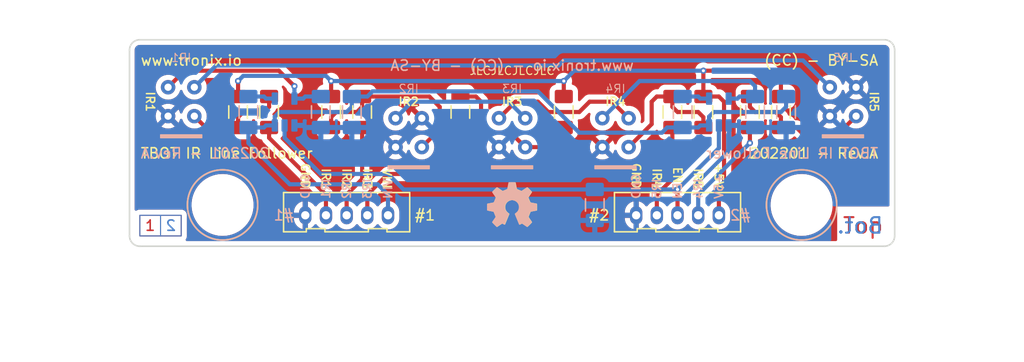
<source format=kicad_pcb>
(kicad_pcb (version 20211014) (generator pcbnew)
  (title_block (title "TBOT - IR Line Follower") (date "01/2022") (rev "A"))
  (layers (0 "F.Cu" signal) (31 "B.Cu" signal) (34 "B.Paste" user) (35 "F.Paste" user) (36 "B.SilkS" user "B.Silkscreen") (37 "F.SilkS" user "F.Silkscreen") (38 "B.Mask" user) (39 "F.Mask" user) (44 "Edge.Cuts" user))
  (net 0 "")
  (net 1 "GND")
  (net 2 "Net-(C1-Pad2)")
  (net 3 "+5V")
  (net 4 "Net-(C2-Pad2)")
  (net 5 "VIN")
  (net 6 "Net-(C5-Pad2)")
  (net 7 "Net-(C3-Pad2)")
  (net 8 "Net-(C4-Pad2)")
  (net 9 "Net-(IC1-Pad2)")
  (net 10 "Net-(IC3-Pad2)")
  (net 11 "IR ENABLE")
  (net 12 "Net-(IC4-Pad2)")
  (net 13 "Net-(IC6-Pad4)")
  (net 14 "IR 4")
  (net 15 "IR 3")
  (net 16 "IR 2")
  (net 17 "IR 1")
  (net 18 "Net-(IC7-Pad4)")
  (net 19 "IR 5")
  (net 20 "LED 15")
  (net 21 "LED 234")
  (footprint "tronixio:CAPACITOR-1206" (layer "F.Cu") (at 119.5 87 -90)
    (fp_text reference "C5")
    (fp_text value "2n2")
    (pad "1" smd roundrect (at -1.5 0 270) (size 1.3 1.75) (layers "F.Cu" "F.Paste" "F.Mask") (roundrect_rratio 0.15) (net 3 "+5V"))
    (pad "2" smd roundrect (at 1.5 0 270) (size 1.3 1.75) (layers "F.Cu" "F.Paste" "F.Mask") (roundrect_rratio 0.15) (net 6 "Net-(C5-Pad2)"))
  )
  (footprint "tronixio:CAPACITOR-1206" (layer "F.Cu") (at 163 87 -90)
    (fp_text reference "C2")
    (fp_text value "2n2")
    (pad "1" smd roundrect (at -1.5 0 270) (size 1.3 1.75) (layers "F.Cu" "F.Paste" "F.Mask") (roundrect_rratio 0.15) (net 3 "+5V"))
    (pad "2" smd roundrect (at 1.5 0 270) (size 1.3 1.75) (layers "F.Cu" "F.Paste" "F.Mask") (roundrect_rratio 0.15) (net 4 "Net-(C2-Pad2)"))
  )
  (footprint "tronixio:CAPACITOR-1206" (layer "F.Cu") (at 110.5 87 -90)
    (fp_text reference "C1")
    (fp_text value "2n2")
    (pad "1" smd roundrect (at -1.5 0 270) (size 1.3 1.75) (layers "F.Cu" "F.Paste" "F.Mask") (roundrect_rratio 0.15) (net 3 "+5V"))
    (pad "2" smd roundrect (at 1.5 0 270) (size 1.3 1.75) (layers "F.Cu" "F.Paste" "F.Mask") (roundrect_rratio 0.15) (net 2 "Net-(C1-Pad2)"))
  )
  (footprint "tronixio:OSHW-5MM" (layer "F.Cu") (at 137 96)
    (fp_text reference "GT" hide)
    (fp_text value "LOGO" hide)
  )
  (footprint "tronixio:MOLEX-532530570" (layer "F.Cu") (at 149 97)
    (fp_text reference "K2")
    (fp_text value "FRONT #2")
    (pad "1" thru_hole oval (at 8 0) (size 1.2 1.75) (drill 0.8) (layers *.Cu *.Mask) (net 3 "+5V"))
    (pad "2" thru_hole oval (at 6 0) (size 1.2 1.75) (drill 0.8) (layers *.Cu *.Mask) (net 19 "IR 5"))
    (pad "3" thru_hole oval (at 4 0) (size 1.2 1.75) (drill 0.8) (layers *.Cu *.Mask) (net 11 "IR ENABLE"))
    (pad "4" thru_hole oval (at 2 0) (size 1.2 1.75) (drill 0.8) (layers *.Cu *.Mask) (net 14 "IR 4"))
    (pad "5" thru_hole oval (at 0 0) (size 1.2 1.75) (drill 0.8) (layers *.Cu *.Mask) (net 1 "GND"))
  )
  (footprint "tronixio:RESISTOR-1206" (layer "F.Cu") (at 152.5 87 -90)
    (fp_text reference "R4")
    (fp_text value "220Ω")
    (pad "1" smd roundrect (at -1.5 0 270) (size 1.3 1.75) (layers "F.Cu" "F.Paste" "F.Mask") (roundrect_rratio 0.15) (net 7 "Net-(C3-Pad2)"))
    (pad "2" smd roundrect (at 1.5 0 270) (size 1.3 1.75) (layers "F.Cu" "F.Paste" "F.Mask") (roundrect_rratio 0.15) (net 14 "IR 4"))
  )
  (footprint "tronixio:CAPACITOR-1206" (layer "F.Cu") (at 142 87 -90)
    (fp_text reference "C4")
    (fp_text value "2n2")
    (pad "1" smd roundrect (at -1.5 0 270) (size 1.3 1.75) (layers "F.Cu" "F.Paste" "F.Mask") (roundrect_rratio 0.15) (net 3 "+5V"))
    (pad "2" smd roundrect (at 1.5 0 270) (size 1.3 1.75) (layers "F.Cu" "F.Paste" "F.Mask") (roundrect_rratio 0.15) (net 8 "Net-(C4-Pad2)"))
  )
  (footprint "tronixio:RESISTOR-1206" (layer "F.Cu") (at 132 87 -90)
    (fp_text reference "R5")
    (fp_text value "220Ω")
    (pad "1" smd roundrect (at -1.5 0 270) (size 1.3 1.75) (layers "F.Cu" "F.Paste" "F.Mask") (roundrect_rratio 0.15) (net 8 "Net-(C4-Pad2)"))
    (pad "2" smd roundrect (at 1.5 0 270) (size 1.3 1.75) (layers "F.Cu" "F.Paste" "F.Mask") (roundrect_rratio 0.15) (net 15 "IR 3"))
  )
  (footprint "tronixio:RESISTOR-1206" (layer "F.Cu") (at 113.5 87 -90)
    (fp_text reference "R2")
    (fp_text value "220Ω")
    (pad "1" smd roundrect (at -1.5 0 270) (size 1.3 1.75) (layers "F.Cu" "F.Paste" "F.Mask") (roundrect_rratio 0.15) (net 2 "Net-(C1-Pad2)"))
    (pad "2" smd roundrect (at 1.5 0 270) (size 1.3 1.75) (layers "F.Cu" "F.Paste" "F.Mask") (roundrect_rratio 0.15) (net 17 "IR 1"))
  )
  (footprint "tronixio:CAPACITOR-1206" (layer "F.Cu") (at 155.5 87 -90)
    (fp_text reference "C3")
    (fp_text value "2n2")
    (pad "1" smd roundrect (at -1.5 0 270) (size 1.3 1.75) (layers "F.Cu" "F.Paste" "F.Mask") (roundrect_rratio 0.15) (net 3 "+5V"))
    (pad "2" smd roundrect (at 1.5 0 270) (size 1.3 1.75) (layers "F.Cu" "F.Paste" "F.Mask") (roundrect_rratio 0.15) (net 7 "Net-(C3-Pad2)"))
  )
  (footprint "tronixio:RESISTOR-1206" (layer "F.Cu") (at 122.5 87 -90)
    (fp_text reference "R6")
    (fp_text value "220Ω")
    (pad "1" smd roundrect (at -1.5 0 270) (size 1.3 1.75) (layers "F.Cu" "F.Paste" "F.Mask") (roundrect_rratio 0.15) (net 6 "Net-(C5-Pad2)"))
    (pad "2" smd roundrect (at 1.5 0 270) (size 1.3 1.75) (layers "F.Cu" "F.Paste" "F.Mask") (roundrect_rratio 0.15) (net 16 "IR 2"))
  )
  (footprint "tronixio:MOLEX-532530570" (layer "F.Cu") (at 117 97)
    (fp_text reference "K1")
    (fp_text value "FRONT #1")
    (pad "1" thru_hole oval (at 8 0) (size 1.2 1.75) (drill 0.8) (layers *.Cu *.Mask) (net 5 "VIN"))
    (pad "2" thru_hole oval (at 6 0) (size 1.2 1.75) (drill 0.8) (layers *.Cu *.Mask) (net 15 "IR 3"))
    (pad "3" thru_hole oval (at 4 0) (size 1.2 1.75) (drill 0.8) (layers *.Cu *.Mask) (net 16 "IR 2"))
    (pad "4" thru_hole oval (at 2 0) (size 1.2 1.75) (drill 0.8) (layers *.Cu *.Mask) (net 17 "IR 1"))
    (pad "5" thru_hole oval (at 0 0) (size 1.2 1.75) (drill 0.8) (layers *.Cu *.Mask) (net 1 "GND"))
  )
  (footprint "tronixio:RESISTOR-1206" (layer "F.Cu") (at 160 87 -90)
    (fp_text reference "R3")
    (fp_text value "220Ω")
    (pad "1" smd roundrect (at -1.5 0 270) (size 1.3 1.75) (layers "F.Cu" "F.Paste" "F.Mask") (roundrect_rratio 0.15) (net 4 "Net-(C2-Pad2)"))
    (pad "2" smd roundrect (at 1.5 0 270) (size 1.3 1.75) (layers "F.Cu" "F.Paste" "F.Mask") (roundrect_rratio 0.15) (net 19 "IR 5"))
  )
  (footprint "tronixio:CAPACITOR-1206" (layer "B.Cu") (at 160.5 87 -90)
    (fp_text reference "C9")
    (fp_text value "10n")
    (pad "1" smd roundrect (at -1.5 0 270) (size 1.3 1.75) (layers "B.Cu" "B.Paste" "B.Mask") (roundrect_rratio 0.15) (net 21 "LED 234"))
    (pad "2" smd roundrect (at 1.5 0 270) (size 1.3 1.75) (layers "B.Cu" "B.Paste" "B.Mask") (roundrect_rratio 0.15) (net 1 "GND"))
  )
  (footprint "tronixio:M3-MASK" (layer "B.Cu") (at 165 96 180)
    (fp_text reference "H2" hide)
    (fp_text value "MOUNTING-HOLE-MASK-3MM" hide)
    (pad "" np_thru_hole circle (at 0 0 180) (size 3 3) (drill 3) (layers F&B.Cu *.Mask) (clearance 1.5))
  )
  (footprint "tronixio:SOT-23-5" (layer "B.Cu") (at 115 87 90)
    (fp_text reference "IC6")
    (fp_text value "TPS92612")
    (pad "1" smd roundrect locked (at -1.3 0.95 90) (size 1.2 0.6) (layers "B.Cu" "B.Paste" "B.Mask") (roundrect_rratio 0.15) (net 1 "GND"))
    (pad "2" smd roundrect locked (at -1.3 0 90) (size 1.2 0.6) (layers "B.Cu" "B.Paste" "B.Mask") (roundrect_rratio 0.15) (net 11 "IR ENABLE"))
    (pad "3" smd roundrect locked (at -1.3 -0.95 90) (size 1.2 0.6) (layers "B.Cu" "B.Paste" "B.Mask") (roundrect_rratio 0.15) (net 5 "VIN"))
    (pad "4" smd roundrect locked (at 1.3 -0.95 90) (size 1.2 0.6) (layers "B.Cu" "B.Paste" "B.Mask") (roundrect_rratio 0.15) (net 13 "Net-(IC6-Pad4)"))
    (pad "5" smd roundrect locked (at 1.3 0.95 90) (size 1.2 0.6) (layers "B.Cu" "B.Paste" "B.Mask") (roundrect_rratio 0.15) (net 20 "LED 15"))
  )
  (footprint "tronixio:SOT-23-5" (layer "B.Cu") (at 157 87 90)
    (fp_text reference "IC7")
    (fp_text value "TPS92612")
    (pad "1" smd roundrect locked (at -1.3 0.95 90) (size 1.2 0.6) (layers "B.Cu" "B.Paste" "B.Mask") (roundrect_rratio 0.15) (net 1 "GND"))
    (pad "2" smd roundrect locked (at -1.3 0 90) (size 1.2 0.6) (layers "B.Cu" "B.Paste" "B.Mask") (roundrect_rratio 0.15) (net 11 "IR ENABLE"))
    (pad "3" smd roundrect locked (at -1.3 -0.95 90) (size 1.2 0.6) (layers "B.Cu" "B.Paste" "B.Mask") (roundrect_rratio 0.15) (net 5 "VIN"))
    (pad "4" smd roundrect locked (at 1.3 -0.95 90) (size 1.2 0.6) (layers "B.Cu" "B.Paste" "B.Mask") (roundrect_rratio 0.15) (net 18 "Net-(IC7-Pad4)"))
    (pad "5" smd roundrect locked (at 1.3 0.95 90) (size 1.2 0.6) (layers "B.Cu" "B.Paste" "B.Mask") (roundrect_rratio 0.15) (net 21 "LED 234"))
  )
  (footprint "tronixio:VISHAY-CNY70" (layer "B.Cu") (at 169 86 -90)
    (fp_text reference "IC2")
    (fp_text value "VISHAY-CNY70")
    (pad "1" thru_hole circle (at -1.4 1.27 270) (size 1.4 1.4) (drill 0.7) (layers *.Cu *.Mask) (net 9 "Net-(IC1-Pad2)"))
    (pad "2" thru_hole circle (at -1.4 -1.27 270) (size 1.4 1.4) (drill 0.7) (layers *.Cu *.Mask) (net 1 "GND"))
    (pad "3" thru_hole circle (at 1.4 -1.27 270) (size 1.4 1.4) (drill 0.7) (layers *.Cu *.Mask) (net 4 "Net-(C2-Pad2)"))
    (pad "4" thru_hole circle (at 1.4 1.27 270) (size 1.4 1.4) (drill 0.7) (layers *.Cu *.Mask) (net 1 "GND"))
  )
  (footprint "tronixio:RESISTOR-1206" (layer "B.Cu") (at 111.5 87 -90)
    (fp_text reference "R7")
    (fp_text value "4Ω7")
    (pad "1" smd roundrect (at -1.5 0 270) (size 1.3 1.75) (layers "B.Cu" "B.Paste" "B.Mask") (roundrect_rratio 0.15) (net 13 "Net-(IC6-Pad4)"))
    (pad "2" smd roundrect (at 1.5 0 270) (size 1.3 1.75) (layers "B.Cu" "B.Paste" "B.Mask") (roundrect_rratio 0.15) (net 5 "VIN"))
  )
  (footprint "tronixio:VISHAY-CNY70" (layer "B.Cu") (at 147 89 -90)
    (fp_text reference "IC3")
    (fp_text value "VISHAY-CNY70")
    (pad "1" thru_hole circle (at -1.4 1.27 270) (size 1.4 1.4) (drill 0.7) (layers *.Cu *.Mask) (net 21 "LED 234"))
    (pad "2" thru_hole circle (at -1.4 -1.27 270) (size 1.4 1.4) (drill 0.7) (layers *.Cu *.Mask) (net 10 "Net-(IC3-Pad2)"))
    (pad "3" thru_hole circle (at 1.4 -1.27 270) (size 1.4 1.4) (drill 0.7) (layers *.Cu *.Mask) (net 7 "Net-(C3-Pad2)"))
    (pad "4" thru_hole circle (at 1.4 1.27 270) (size 1.4 1.4) (drill 0.7) (layers *.Cu *.Mask) (net 1 "GND"))
  )
  (footprint "tronixio:RESISTOR-1206" (layer "B.Cu") (at 153.5 87 -90)
    (fp_text reference "R8")
    (fp_text value "4Ω7")
    (pad "1" smd roundrect (at -1.5 0 270) (size 1.3 1.75) (layers "B.Cu" "B.Paste" "B.Mask") (roundrect_rratio 0.15) (net 18 "Net-(IC7-Pad4)"))
    (pad "2" smd roundrect (at 1.5 0 270) (size 1.3 1.75) (layers "B.Cu" "B.Paste" "B.Mask") (roundrect_rratio 0.15) (net 5 "VIN"))
  )
  (footprint "tronixio:M3-MASK" (layer "B.Cu") (at 109 96 90)
    (fp_text reference "H1" hide)
    (fp_text value "MOUNTING-HOLE-MASK-3MM" hide)
    (pad "" np_thru_hole circle (at 0 0 90) (size 3 3) (drill 3) (layers F&B.Cu *.Mask) (clearance 1.5))
  )
  (footprint "tronixio:CAPACITOR-1206" (layer "B.Cu") (at 121.5 87 -90)
    (fp_text reference "C6")
    (fp_text value "1µ")
    (pad "1" smd roundrect (at -1.5 0 270) (size 1.3 1.75) (layers "B.Cu" "B.Paste" "B.Mask") (roundrect_rratio 0.15) (net 5 "VIN"))
    (pad "2" smd roundrect (at 1.5 0 270) (size 1.3 1.75) (layers "B.Cu" "B.Paste" "B.Mask") (roundrect_rratio 0.15) (net 1 "GND"))
  )
  (footprint "tronixio:VISHAY-CNY70" (layer "B.Cu") (at 127 89 -90)
    (fp_text reference "IC5")
    (fp_text value "VISHAY-CNY70")
    (pad "1" thru_hole circle (at -1.4 1.27 270) (size 1.4 1.4) (drill 0.7) (layers *.Cu *.Mask) (net 12 "Net-(IC4-Pad2)"))
    (pad "2" thru_hole circle (at -1.4 -1.27 270) (size 1.4 1.4) (drill 0.7) (layers *.Cu *.Mask) (net 1 "GND"))
    (pad "3" thru_hole circle (at 1.4 -1.27 270) (size 1.4 1.4) (drill 0.7) (layers *.Cu *.Mask) (net 6 "Net-(C5-Pad2)"))
    (pad "4" thru_hole circle (at 1.4 1.27 270) (size 1.4 1.4) (drill 0.7) (layers *.Cu *.Mask) (net 1 "GND"))
  )
  (footprint "tronixio:VISHAY-CNY70" (layer "B.Cu") (at 105 86 -90)
    (fp_text reference "IC1")
    (fp_text value "VISHAY-CNY70")
    (pad "1" thru_hole circle (at -1.4 1.27 270) (size 1.4 1.4) (drill 0.7) (layers *.Cu *.Mask) (net 20 "LED 15"))
    (pad "2" thru_hole circle (at -1.4 -1.27 270) (size 1.4 1.4) (drill 0.7) (layers *.Cu *.Mask) (net 9 "Net-(IC1-Pad2)"))
    (pad "3" thru_hole circle (at 1.4 -1.27 270) (size 1.4 1.4) (drill 0.7) (layers *.Cu *.Mask) (net 2 "Net-(C1-Pad2)"))
    (pad "4" thru_hole circle (at 1.4 1.27 270) (size 1.4 1.4) (drill 0.7) (layers *.Cu *.Mask) (net 1 "GND"))
  )
  (footprint "tronixio:CAPACITOR-1206" (layer "B.Cu") (at 163.5 87 -90)
    (fp_text reference "C7")
    (fp_text value "1µ")
    (pad "1" smd roundrect (at -1.5 0 270) (size 1.3 1.75) (layers "B.Cu" "B.Paste" "B.Mask") (roundrect_rratio 0.15) (net 5 "VIN"))
    (pad "2" smd roundrect (at 1.5 0 270) (size 1.3 1.75) (layers "B.Cu" "B.Paste" "B.Mask") (roundrect_rratio 0.15) (net 1 "GND"))
  )
  (footprint "tronixio:RESISTOR-1206" (layer "B.Cu") (at 145 96 90)
    (fp_text reference "R1")
    (fp_text value "100K")
    (pad "1" smd roundrect (at -1.5 0 90) (size 1.3 1.75) (layers "B.Cu" "B.Paste" "B.Mask") (roundrect_rratio 0.15) (net 1 "GND"))
    (pad "2" smd roundrect (at 1.5 0 90) (size 1.3 1.75) (layers "B.Cu" "B.Paste" "B.Mask") (roundrect_rratio 0.15) (net 11 "IR ENABLE"))
  )
  (footprint "tronixio:VISHAY-CNY70" (layer "B.Cu") (at 137 89 -90)
    (fp_text reference "IC4")
    (fp_text value "VISHAY-CNY70")
    (pad "1" thru_hole circle (at -1.4 1.27 270) (size 1.4 1.4) (drill 0.7) (layers *.Cu *.Mask) (net 10 "Net-(IC3-Pad2)"))
    (pad "2" thru_hole circle (at -1.4 -1.27 270) (size 1.4 1.4) (drill 0.7) (layers *.Cu *.Mask) (net 12 "Net-(IC4-Pad2)"))
    (pad "3" thru_hole circle (at 1.4 -1.27 270) (size 1.4 1.4) (drill 0.7) (layers *.Cu *.Mask) (net 8 "Net-(C4-Pad2)"))
    (pad "4" thru_hole circle (at 1.4 1.27 270) (size 1.4 1.4) (drill 0.7) (layers *.Cu *.Mask) (net 1 "GND"))
  )
  (footprint "tronixio:CAPACITOR-1206" (layer "B.Cu") (at 118.5 87 -90)
    (fp_text reference "C8")
    (fp_text value "10n")
    (pad "1" smd roundrect (at -1.5 0 270) (size 1.3 1.75) (layers "B.Cu" "B.Paste" "B.Mask") (roundrect_rratio 0.15) (net 20 "LED 15"))
    (pad "2" smd roundrect (at 1.5 0 270) (size 1.3 1.75) (layers "B.Cu" "B.Paste" "B.Mask") (roundrect_rratio 0.15) (net 1 "GND"))
  )
  (footprint "tronixio:OSHW-5MM" (layer "B.Cu") (at 137 96 180)
    (fp_text reference "GB" hide)
    (fp_text value "LOGO" hide)
  )
  (gr_rect (start 101 99) (end 105 97) (layer "F.Cu") (width 0.1) (fill none))
  (gr_line (start 103 99) (end 103 97) (layer "F.Cu") (width 0.1))
  (gr_line (start 103 99) (end 103 97) (layer "B.Cu") (width 0.1))
  (gr_rect (start 101 99) (end 105 97) (layer "B.Cu") (width 0.1) (fill none))
  (gr_line (start 100 81) (end 100 99) (layer "Edge.Cuts") (width 0.15))
  (gr_arc (start 101 100) (mid 100.292893 99.707107) (end 100 99) (layer "Edge.Cuts") (width 0.15))
  (gr_line (start 101 100) (end 173 100) (layer "Edge.Cuts") (width 0.15))
  (gr_line (start 173 80) (end 101 80) (layer "Edge.Cuts") (width 0.15))
  (gr_arc (start 100 81) (mid 100.292893 80.292893) (end 101 80) (layer "Edge.Cuts") (width 0.15))
  (gr_arc (start 173 80) (mid 173.707107 80.292893) (end 174 81) (layer "Edge.Cuts") (width 0.15))
  (gr_arc (start 174 99) (mid 173.707107 99.707107) (end 173 100) (layer "Edge.Cuts") (width 0.15))
  (gr_line (start 174 99) (end 174 81) (layer "Edge.Cuts") (width 0.15))
  (gr_text "Top" (at 173 98) (layer "F.Cu") (effects (font (size 1.5 1.5) (thickness 0.2)) (justify right)))
  (gr_text "1" (at 102 98) (layer "F.Cu") (effects (font (size 1 1))))
  (gr_text "2" (at 104 98) (layer "B.Cu") (effects (font (size 1 1)) (justify mirror)))
  (gr_text "Bot." (at 173 98) (layer "B.Cu") (effects (font (size 1.5 1.5) (thickness 0.2)) (justify left mirror)))
  (gr_text "202201 - Rev.A" (at 101 91) (layer "B.SilkS") (effects (font (size 1 1)) (justify right mirror)))
  (gr_text "IR3" (at 123 95.5 90) (layer "B.SilkS") (effects (font (size 0.8 0.8)) (justify right mirror)))
  (gr_text "IR5" (at 169 81.75) (layer "B.SilkS") (effects (font (size 0.8 0.8) (thickness 0.1)) (justify mirror)))
  (gr_text "www.tronix.io - (CC) - BY-SA" (at 137 82.5) (layer "B.SilkS") (effects (font (size 1 1)) (justify mirror)))
  (gr_text "IR3" (at 137 84.75) (layer "B.SilkS") (effects (font (size 0.8 0.8) (thickness 0.1)) (justify mirror)))
  (gr_text "+5V" (at 157 95.5 90) (layer "B.SilkS") (effects (font (size 0.8 0.8)) (justify right mirror)))
  (gr_text "EN" (at 153 95.5 90) (layer "B.SilkS") (effects (font (size 0.8 0.8)) (justify right mirror)))
  (gr_text "TBOT IR Line Follower" (at 172.5 91) (layer "B.SilkS") (effects (font (size 1 1)) (justify left mirror)))
  (gr_text "IR4" (at 155 95.5 90) (layer "B.SilkS") (effects (font (size 0.8 0.8)) (justify right mirror)))
  (gr_text "IR2" (at 121 95.5 90) (layer "B.SilkS") (effects (font (size 0.8 0.8)) (justify right mirror)))
  (gr_text "IR4" (at 147 84.75) (layer "B.SilkS") (effects (font (size 0.8 0.8) (thickness 0.1)) (justify mirror)))
  (gr_text "#1" (at 116 97) (layer "B.SilkS") (effects (font (size 1 1)) (justify left mirror)))
  (gr_text "IR1" (at 105 81.75) (layer "B.SilkS") (effects (font (size 0.8 0.8) (thickness 0.1)) (justify mirror)))
  (gr_text "IR2" (at 127 84.75) (layer "B.SilkS") (effects (font (size 0.8 0.8) (thickness 0.1)) (justify mirror)))
  (gr_text "VIN" (at 125 95.5 90) (layer "B.SilkS") (effects (font (size 0.8 0.8)) (justify right mirror)))
  (gr_text "#2" (at 158 97) (layer "B.SilkS") (effects (font (size 1 1)) (justify right mirror)))
  (gr_text "GND" (at 149 95.5 90) (layer "B.SilkS") (effects (font (size 0.8 0.8)) (justify right mirror)))
  (gr_text "IR1" (at 119 95.5 90) (layer "B.SilkS") (effects (font (size 0.8 0.8)) (justify right mirror)))
  (gr_text "GND" (at 117 95.5 90) (layer "B.SilkS") (effects (font (size 0.8 0.8)) (justify right mirror)))
  (gr_text "IR5" (at 151 95.5 90) (layer "B.SilkS") (effects (font (size 0.8 0.8)) (justify right mirror)))
  (gr_text "IR1" (at 119 94.5 270) (layer "F.SilkS") (effects (font (size 0.8 0.8)) (justify right)))
  (gr_text "GND" (at 149 94.5 270) (layer "F.SilkS") (effects (font (size 0.8 0.8)) (justify right)))
  (gr_text "VIN" (at 124.9 94.5 270) (layer "F.SilkS") (effects (font (size 0.8 0.8)) (justify right)))
  (gr_text "JLCJLCJLCJLC" (at 137 83) (layer "F.SilkS") (effects (font (size 0.8 0.8) (thickness 0.1))))
  (gr_text "GND" (at 117 94.5 270) (layer "F.SilkS") (effects (font (size 0.8 0.8)) (justify right)))
  (gr_text "www.tronix.io" (at 101 82) (layer "F.SilkS") (effects (font (size 1 1)) (justify left)))
  (gr_text "+5V" (at 157 94.5 270) (layer "F.SilkS") (effects (font (size 0.8 0.8)) (justify right)))
  (gr_text "IR3" (at 123 94.5 270) (layer "F.SilkS") (effects (font (size 0.8 0.8)) (justify right)))
  (gr_text "IR4" (at 147 86) (layer "F.SilkS") (effects (font (size 0.8 0.8))))
  (gr_text "202201 - Rev.A" (at 172.5 91) (layer "F.SilkS") (effects (font (size 1 1)) (justify right)))
  (gr_text "#2" (at 146.5 97) (layer "F.SilkS") (effects (font (size 1 1)) (justify right)))
  (gr_text "TBOT IR Line Follower" (at 101 91) (layer "F.SilkS") (effects (font (size 1 1)) (justify left)))
  (gr_text "IR2" (at 127 86) (layer "F.SilkS") (effects (font (size 0.8 0.8))))
  (gr_text "IR2" (at 121 94.5 270) (layer "F.SilkS") (effects (font (size 0.8 0.8)) (justify right)))
  (gr_text "IR1" (at 102 86 270) (layer "F.SilkS") (effects (font (size 0.8 0.8))))
  (gr_text "IR5" (at 155 94.5 270) (layer "F.SilkS") (effects (font (size 0.8 0.8)) (justify right)))
  (gr_text "EN" (at 153 94 270) (layer "F.SilkS") (effects (font (size 0.8 0.8)) (justify right)))
  (gr_text "#1" (at 127.5 97) (layer "F.SilkS") (effects (font (size 1 1)) (justify left)))
  (gr_text "(CC) - BY-SA" (at 172.5 82) (layer "F.SilkS") (effects (font (size 1 1)) (justify right)))
  (gr_text "IR5" (at 172 86 270) (layer "F.SilkS") (effects (font (size 0.8 0.8))))
  (gr_text "IR3" (at 137 86) (layer "F.SilkS") (effects (font (size 0.8 0.8))))
  (gr_text "IR4" (at 151 94.5 270) (layer "F.SilkS") (effects (font (size 0.8 0.8)) (justify right)))
  (segment (start 110.5 87.5) (end 111 87) (width 0.4) (layer "F.Cu") (net 2))
  (segment (start 107.37 88.5) (end 110.5 88.5) (width 0.4) (layer "F.Cu") (net 2))
  (segment (start 111 87) (end 113 87) (width 0.4) (layer "F.Cu") (net 2))
  (segment (start 106.27 87.4) (end 107.37 88.5) (width 0.4) (layer "F.Cu") (net 2))
  (segment (start 110.5 88.5) (end 110.5 87.5) (width 0.4) (layer "F.Cu") (net 2))
  (segment (start 113 87) (end 113.5 86.5) (width 0.4) (layer "F.Cu") (net 2))
  (segment (start 113.5 86.5) (end 113.5 85.5) (width 0.4) (layer "F.Cu") (net 2))
  (segment (start 163 84) (end 162 83) (width 0.4) (layer "F.Cu") (net 3))
  (segment (start 155.5 85.5) (end 155.5 83) (width 0.4) (layer "F.Cu") (net 3))
  (segment (start 119.5 85.5) (end 119.5 84) (width 0.4) (layer "F.Cu") (net 3))
  (segment (start 157 95) (end 157 97) (width 0.4) (layer "F.Cu") (net 3))
  (segment (start 162 83) (end 155.5 83) (width 0.4) (layer "F.Cu") (net 3))
  (segment (start 157 85.5) (end 157.5 86) (width 0.4) (layer "F.Cu") (net 3))
  (segment (start 110.5 85.5) (end 110.5 84) (width 0.4) (layer "F.Cu") (net 3))
  (segment (start 163 85.5) (end 163 84) (width 0.4) (layer "F.Cu") (net 3))
  (segment (start 157.5 94.5) (end 157 95) (width 0.4) (layer "F.Cu") (net 3))
  (segment (start 142 85.5) (end 142 84) (width 0.4) (layer "F.Cu") (net 3))
  (segment (start 157.5 86) (end 157.5 94.5) (width 0.4) (layer "F.Cu") (net 3))
  (segment (start 155.5 85.5) (end 157 85.5) (width 0.4) (layer "F.Cu") (net 3))
  (via (at 142 84) (size 0.6) (drill 0.3) (layers "F.Cu" "B.Cu") (net 3))
  (via (at 110.5 84) (size 0.6) (drill 0.3) (layers "F.Cu" "B.Cu") (net 3))
  (via (at 155.5 83) (size 0.6) (drill 0.3) (layers "F.Cu" "B.Cu") (net 3))
  (via (at 119.5 84) (size 0.6) (drill 0.3) (layers "F.Cu" "B.Cu") (net 3))
  (segment (start 143 83) (end 142 84) (width 0.4) (layer "B.Cu") (net 3))
  (segment (start 119.5 84) (end 142 84) (width 0.4) (layer "B.Cu") (net 3))
  (segment (start 111 83.5) (end 119 83.5) (width 0.4) (layer "B.Cu") (net 3))
  (segment (start 119 83.5) (end 119.5 84) (width 0.4) (layer "B.Cu") (net 3))
  (segment (start 110.5 84) (end 111 83.5) (width 0.4) (layer "B.Cu") (net 3))
  (segment (start 155.5 83) (end 143 83) (width 0.4) (layer "B.Cu") (net 3))
  (segment (start 170.27 87.4) (end 168.17 89.5) (width 0.4) (layer "F.Cu") (net 4))
  (segment (start 165.5 89.5) (end 164.5 88.5) (width 0.4) (layer "F.Cu") (net 4))
  (segment (start 163 87.5) (end 163 88.5) (width 0.4) (layer "F.Cu") (net 4))
  (segment (start 160.5 87) (end 162.5 87) (width 0.4) (layer "F.Cu") (net 4))
  (segment (start 168.17 89.5) (end 165.5 89.5) (width 0.4) (layer "F.Cu") (net 4))
  (segment (start 160 86.5) (end 160.5 87) (width 0.4) (layer "F.Cu") (net 4))
  (segment (start 160 86.5) (end 160 85.5) (width 0.4) (layer "F.Cu") (net 4))
  (segment (start 164.5 88.5) (end 163 88.5) (width 0.4) (layer "F.Cu") (net 4))
  (segment (start 162.5 87) (end 163 87.5) (width 0.4) (layer "F.Cu") (net 4))
  (segment (start 123 85.5) (end 121.5 85.5) (width 0.4) (layer "B.Cu") (net 5))
  (segment (start 155 88.5) (end 153.5 88.5) (width 0.4) (layer "B.Cu") (net 5))
  (segment (start 111.5 90) (end 111.5 88.5) (width 0.4) (layer "B.Cu") (net 5))
  (segment (start 152 88.5) (end 151.5 89) (width 0.4) (layer "B.Cu") (net 5))
  (segment (start 113.2 88.3) (end 113 88.5) (width 0.4) (layer "B.Cu") (net 5))
  (segment (start 121.5 86.5) (end 121.5 85.5) (width 0.4) (layer "B.Cu") (net 5))
  (segment (start 153.5 88.5) (end 152 88.5) (width 0.4) (layer "B.Cu") (net 5))
  (segment (start 115.5 94) (end 111.5 90) (width 0.4) (layer "B.Cu") (net 5))
  (segment (start 113 88.5) (end 111.5 88.5) (width 0.4) (layer "B.Cu") (net 5))
  (segment (start 156.05 88.3) (end 155.2 88.3) (width 0.4) (layer "B.Cu") (net 5))
  (segment (start 156.5 87) (end 163 87) (width 0.4) (layer "B.Cu") (net 5))
  (segment (start 156.05 87.45) (end 156.5 87) (width 0.4) (layer "B.Cu") (net 5))
  (segment (start 151.5 89) (end 143.5 89) (width 0.4) (layer "B.Cu") (net 5))
  (segment (start 155.2 88.3) (end 155 88.5) (width 0.4) (layer "B.Cu") (net 5))
  (segment (start 125 95) (end 124 94) (width 0.4) (layer "B.Cu") (net 5))
  (segment (start 125 97) (end 125 95) (width 0.4) (layer "B.Cu") (net 5))
  (segment (start 121 87) (end 121.5 86.5) (width 0.4) (layer "B.Cu") (net 5))
  (segment (start 124 94) (end 115.5 94) (width 0.4) (layer "B.Cu") (net 5))
  (segment (start 114.5 87) (end 121 87) (width 0.4) (layer "B.Cu") (net 5))
  (segment (start 139.5 85) (end 123.5 85) (width 0.4) (layer "B.Cu") (net 5))
  (segment (start 114.05 88.3) (end 113.2 88.3) (width 0.4) (layer "B.Cu") (net 5))
  (segment (start 114.05 87.45) (end 114.5 87) (width 0.4) (layer "B.Cu") (net 5))
  (segment (start 114.05 88.3) (end 114.05 87.45) (width 0.4) (layer "B.Cu") (net 5))
  (segment (start 163 87) (end 163.5 86.5) (width 0.4) (layer "B.Cu") (net 5))
  (segment (start 156.05 88.3) (end 156.05 87.45) (width 0.4) (layer "B.Cu") (net 5))
  (segment (start 143.5 89) (end 139.5 85) (width 0.4) (layer "B.Cu") (net 5))
  (segment (start 123.5 85) (end 123 85.5) (width 0.4) (layer "B.Cu") (net 5))
  (segment (start 163.5 86.5) (end 163.5 85.5) (width 0.4) (layer "B.Cu") (net 5))
  (segment (start 122 87) (end 122.5 86.5) (width 0.4) (layer "F.Cu") (net 6))
  (segment (start 130 86.5) (end 129 85.5) (width 0.4) (layer "F.Cu") (net 6))
  (segment (start 119.5 88.5) (end 119.5 87.5) (width 0.4) (layer "F.Cu") (net 6))
  (segment (start 122.5 86.5) (end 122.5 85.5) (width 0.4) (layer "F.Cu") (net 6))
  (segment (start 119.5 87.5) (end 120 87) (width 0.4) (layer "F.Cu") (net 6))
  (segment (start 129 85.5) (end 122.5 85.5) (width 0.4) (layer "F.Cu") (net 6))
  (segment (start 130 88.67) (end 130 86.5) (width 0.4) (layer "F.Cu") (net 6))
  (segment (start 128.27 90.4) (end 130 88.67) (width 0.4) (layer "F.Cu") (net 6))
  (segment (start 120 87) (end 122 87) (width 0.4) (layer "F.Cu") (net 6))
  (segment (start 152.5 85.5) (end 152.5 86.5) (width 0.4) (layer "F.Cu") (net 7))
  (segment (start 150.5 86) (end 151 85.5) (width 0.4) (layer "F.Cu") (net 7))
  (segment (start 152.5 86.5) (end 153 87) (width 0.4) (layer "F.Cu") (net 7))
  (segment (start 151 85.5) (end 152.5 85.5) (width 0.4) (layer "F.Cu") (net 7))
  (segment (start 150.5 88.17) (end 150.5 86) (width 0.4) (layer "F.Cu") (net 7))
  (segment (start 153 87) (end 155 87) (width 0.4) (layer "F.Cu") (net 7))
  (segment (start 148.27 90.4) (end 150.5 88.17) (width 0.4) (layer "F.Cu") (net 7))
  (segment (start 155 87) (end 155.5 87.5) (width 0.4) (layer "F.Cu") (net 7))
  (segment (start 155.5 87.5) (end 155.5 88.5) (width 0.4) (layer "F.Cu") (net 7))
  (segment (start 134 86) (end 134 88.5) (width 0.4) (layer "F.Cu") (net 8))
  (segment (start 134 88.5) (end 134.5 89) (width 0.4) (layer "F.Cu") (net 8))
  (segment (start 142 89.5) (end 142 88.5) (width 0.4) (layer "F.Cu") (net 8))
  (segment (start 136.87 89) (end 138.27 90.4) (width 0.4) (layer "F.Cu") (net 8))
  (segment (start 134.5 89) (end 136.87 89) (width 0.4) (layer "F.Cu") (net 8))
  (segment (start 138.27 90.4) (end 141.1 90.4) (width 0.4) (layer "F.Cu") (net 8))
  (segment (start 132 85.5) (end 133.5 85.5) (width 0.4) (layer "F.Cu") (net 8))
  (segment (start 141.1 90.4) (end 142 89.5) (width 0.4) (layer "F.Cu") (net 8))
  (segment (start 133.5 85.5) (end 134 86) (width 0.4) (layer "F.Cu") (net 8))
  (segment (start 108.37 82.5) (end 106.27 84.6) (width 0.4) (layer "B.Cu") (net 9))
  (segment (start 167.73 84.6) (end 165.13 82) (width 0.4) (layer "B.Cu") (net 9))
  (segment (start 165.13 82) (end 142 82) (width 0.4) (layer "B.Cu") (net 9))
  (segment (start 142 82) (end 141.5 82.5) (width 0.4) (layer "B.Cu") (net 9))
  (segment (start 141.5 82.5) (end 108.37 82.5) (width 0.4) (layer "B.Cu") (net 9))
  (segment (start 139.5 86) (end 140.5 87) (width 0.4) (layer "F.Cu") (net 10))
  (segment (start 144.5 86) (end 143.5 87) (width 0.4) (layer "F.Cu") (net 10))
  (segment (start 140.5 87) (end 143.5 87) (width 0.4) (layer "F.Cu") (net 10))
  (segment (start 146.67 86) (end 144.5 86) (width 0.4) (layer "F.Cu") (net 10))
  (segment (start 148.27 87.6) (end 146.67 86) (width 0.4) (layer "F.Cu") (net 10))
  (segment (start 135.73 87.6) (end 137.33 86) (width 0.4) (layer "F.Cu") (net 10))
  (segment (start 137.33 86) (end 139.5 86) (width 0.4) (layer "F.Cu") (net 10))
  (segment (start 153 97) (end 153 94.5) (width 0.4) (layer "F.Cu") (net 11))
  (via (at 153 94.5) (size 0.6) (drill 0.3) (layers "F.Cu" "B.Cu") (net 11))
  (segment (start 126.5 94.5) (end 145 94.5) (width 0.4) (layer "B.Cu") (net 11))
  (segment (start 157 90.5) (end 157 88.3) (width 0.4) (layer "B.Cu") (net 11))
  (segment (start 145 94.5) (end 153 94.5) (width 0.4) (layer "B.Cu") (net 11))
  (segment (start 115 88.3) (end 115 89.5) (width 0.4) (layer "B.Cu") (net 11))
  (segment (start 118.5 93) (end 125 93) (width 0.4) (layer "B.Cu") (net 11))
  (segment (start 153 94.5) (end 157 90.5) (width 0.4) (layer "B.Cu") (net 11))
  (segment (start 125 93) (end 126.5 94.5) (width 0.4) (layer "B.Cu") (net 11))
  (segment (start 115 89.5) (end 118.5 93) (width 0.4) (layer "B.Cu") (net 11))
  (segment (start 127.33 86) (end 136.67 86) (width 0.4) (layer "B.Cu") (net 12))
  (segment (start 136.67 86) (end 138.27 87.6) (width 0.4) (layer "B.Cu") (net 12))
  (segment (start 125.73 87.6) (end 127.33 86) (width 0.4) (layer "B.Cu") (net 12))
  (segment (start 113.2 85.7) (end 113 85.5) (width 0.4) (layer "B.Cu") (net 13))
  (segment (start 114.05 85.7) (end 113.2 85.7) (width 0.4) (layer "B.Cu") (net 13))
  (segment (start 113 85.5) (end 111.5 85.5) (width 0.4) (layer "B.Cu") (net 13))
  (segment (start 151 95) (end 151 97) (width 0.4) (layer "F.Cu") (net 14))
  (segment (start 152.5 88.5) (end 152.5 93.5) (width 0.4) (layer "F.Cu") (net 14))
  (segment (start 152.5 93.5) (end 151 95) (width 0.4) (layer "F.Cu") (net 14))
  (segment (start 130 93) (end 125 93) (width 0.4) (layer "F.Cu") (net 15))
  (segment (start 125 93) (end 123 95) (width 0.4) (layer "F.Cu") (net 15))
  (segment (start 123 95) (end 123 97) (width 0.4) (layer "F.Cu") (net 15))
  (segment (start 132 91) (end 130 93) (width 0.4) (layer "F.Cu") (net 15))
  (segment (start 132 88.5) (end 132 91) (width 0.4) (layer "F.Cu") (net 15))
  (segment (start 121 95) (end 121 97) (width 0.4) (layer "F.Cu") (net 16))
  (segment (start 122.5 88.5) (end 122.5 93.5) (width 0.4) (layer "F.Cu") (net 16))
  (segment (start 122.5 93.5) (end 121 95) (width 0.4) (layer "F.Cu") (net 16))
  (segment (start 119 95) (end 119 97) (width 0.4) (layer "F.Cu") (net 17))
  (segment (start 119 95) (end 113.5 89.5) (width 0.4) (layer "F.Cu") (net 17))
  (segment (start 113.5 89.5) (end 113.5 88.5) (width 0.4) (layer "F.Cu") (net 17))
  (segment (start 155.2 85.7) (end 155 85.5) (width 0.4) (layer "B.Cu") (net 18))
  (segment (start 156.05 85.7) (end 155.2 85.7) (width 0.4) (layer "B.Cu") (net 18))
  (segment (start 155 85.5) (end 153.5 85.5) (width 0.4) (layer "B.Cu") (net 18))
  (segment (start 160 88.5) (end 160 90) (width 0.4) (layer "F.Cu") (net 19))
  (via (at 160 90) (size 0.6) (drill 0.3) (layers "F.Cu" "B.Cu") (net 19))
  (segment (start 155 95) (end 155 97) (width 0.4) (layer "B.Cu") (net 19))
  (segment (start 160 90) (end 155 95) (width 0.4) (layer "B.Cu") (net 19))
  (segment (start 103.73 84.6) (end 105.33 83) (width 0.4) (layer "F.Cu") (net 20))
  (segment (start 105.33 83) (end 114.45 83) (width 0.4) (layer "F.Cu") (net 20))
  (segment (start 114.45 83) (end 115.95 84.5) (width 0.4) (layer "F.Cu") (net 20))
  (via (at 115.95 84.5) (size 0.6) (drill 0.3) (layers "F.Cu" "B.Cu") (net 20))
  (segment (start 115.95 85.7) (end 116.8 85.7) (width 0.4) (layer "B.Cu") (net 20))
  (segment (start 115.95 85.7) (end 115.95 84.5) (width 0.4) (layer "B.Cu") (net 20))
  (segment (start 117 85.5) (end 118.5 85.5) (width 0.4) (layer "B.Cu") (net 20))
  (segment (start 116.8 85.7) (end 117 85.5) (width 0.4) (layer "B.Cu") (net 20))
  (segment (start 160 84) (end 160.5 84.5) (width 0.4) (layer "B.Cu") (net 21))
  (segment (start 159 85.5) (end 160.5 85.5) (width 0.4) (layer "B.Cu") (net 21))
  (segment (start 149.33 84) (end 160 84) (width 0.4) (layer "B.Cu") (net 21))
  (segment (start 160.5 84.5) (end 160.5 85.5) (width 0.4) (layer "B.Cu") (net 21))
  (segment (start 157.95 85.7) (end 158.8 85.7) (width 0.4) (layer "B.Cu") (net 21))
  (segment (start 158.8 85.7) (end 159 85.5) (width 0.4) (layer "B.Cu") (net 21))
  (segment (start 145.73 87.6) (end 149.33 84) (width 0.4) (layer "B.Cu") (net 21))
  (zone (net 1) (net_name "GND") (layers F&B.Cu) (connect_pads (clearance 0.5)) (min_thickness 0.25) (fill yes (thermal_gap 0.5) (thermal_bridge_width 0.5))
    (polygon (pts (xy 174 100) (xy 100 100) (xy 100 80) (xy 174 80)))
  )
)
</source>
